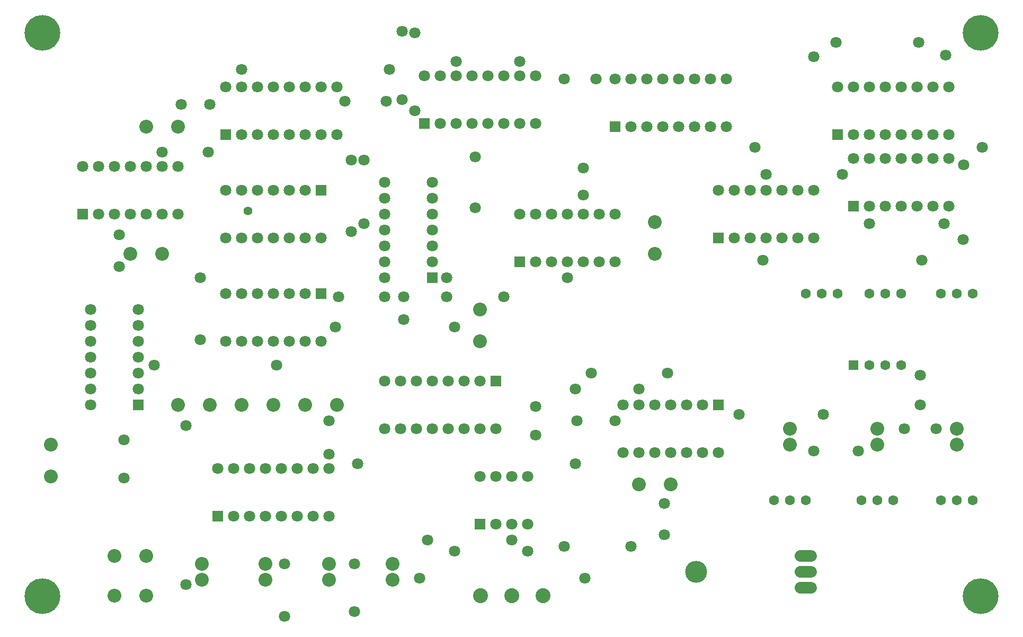
<source format=gbr>
G04 EAGLE Gerber RS-274X export*
G75*
%MOMM*%
%FSLAX34Y34*%
%LPD*%
%INSoldermask Top*%
%IPPOS*%
%AMOC8*
5,1,8,0,0,1.08239X$1,22.5*%
G01*
%ADD10C,2.203200*%
%ADD11R,1.603200X1.603200*%
%ADD12C,1.603200*%
%ADD13C,1.879600*%
%ADD14C,3.505200*%
%ADD15R,1.803200X1.803200*%
%ADD16C,1.803200*%
%ADD17C,2.387600*%
%ADD18C,1.409600*%
%ADD19C,5.703200*%


D10*
X1003300Y228600D03*
X1054100Y228600D03*
X368300Y355600D03*
X419100Y355600D03*
X469900Y355600D03*
X520700Y355600D03*
X266700Y355600D03*
X317500Y355600D03*
X190500Y596900D03*
X241300Y596900D03*
X215900Y800100D03*
X266700Y800100D03*
X749300Y508000D03*
X749300Y457200D03*
X1028700Y647700D03*
X1028700Y596900D03*
X304800Y101600D03*
X304800Y76200D03*
X406400Y101600D03*
X406400Y76200D03*
X508000Y101600D03*
X508000Y76200D03*
X609600Y101600D03*
X609600Y76200D03*
X1244600Y317500D03*
X1244600Y292100D03*
X1384300Y317500D03*
X1384300Y292100D03*
X1511300Y317500D03*
X1511300Y292100D03*
D11*
X1346200Y419100D03*
D12*
X1371600Y419100D03*
X1397000Y419100D03*
X1422400Y419100D03*
D13*
X1278382Y63500D02*
X1261618Y63500D01*
X1261618Y88900D02*
X1278382Y88900D01*
X1278382Y114300D02*
X1261618Y114300D01*
D14*
X1094740Y88900D03*
D12*
X1270000Y203200D03*
X1244600Y203200D03*
X1219200Y203200D03*
X1409700Y203200D03*
X1384300Y203200D03*
X1358900Y203200D03*
X1536700Y203200D03*
X1511300Y203200D03*
X1485900Y203200D03*
X1485900Y533400D03*
X1511300Y533400D03*
X1536700Y533400D03*
X1371600Y533400D03*
X1397000Y533400D03*
X1422400Y533400D03*
X1270000Y533400D03*
X1295400Y533400D03*
X1320800Y533400D03*
D10*
X165100Y114300D03*
X215900Y114300D03*
X215900Y50800D03*
X165100Y50800D03*
D15*
X749300Y165100D03*
D16*
X774700Y165100D03*
X800100Y165100D03*
X825500Y165100D03*
X825500Y241300D03*
X800100Y241300D03*
X774700Y241300D03*
X749300Y241300D03*
D15*
X114300Y660400D03*
D16*
X139700Y660400D03*
X165100Y660400D03*
X190500Y660400D03*
X215900Y660400D03*
X241300Y660400D03*
X266700Y660400D03*
X266700Y736600D03*
X241300Y736600D03*
X215900Y736600D03*
X190500Y736600D03*
X165100Y736600D03*
X139700Y736600D03*
X114300Y736600D03*
D15*
X1320800Y787400D03*
D16*
X1346200Y787400D03*
X1371600Y787400D03*
X1397000Y787400D03*
X1422400Y787400D03*
X1447800Y787400D03*
X1473200Y787400D03*
X1498600Y787400D03*
X1498600Y863600D03*
X1473200Y863600D03*
X1447800Y863600D03*
X1422400Y863600D03*
X1397000Y863600D03*
X1371600Y863600D03*
X1346200Y863600D03*
X1320800Y863600D03*
D15*
X965200Y800100D03*
D16*
X990600Y800100D03*
X1016000Y800100D03*
X1041400Y800100D03*
X1066800Y800100D03*
X1092200Y800100D03*
X1117600Y800100D03*
X1143000Y800100D03*
X1143000Y876300D03*
X1117600Y876300D03*
X1092200Y876300D03*
X1066800Y876300D03*
X1041400Y876300D03*
X1016000Y876300D03*
X990600Y876300D03*
X965200Y876300D03*
D15*
X660400Y805180D03*
D16*
X685800Y805180D03*
X711200Y805180D03*
X736600Y805180D03*
X762000Y805180D03*
X787400Y805180D03*
X812800Y805180D03*
X838200Y805180D03*
X838200Y881380D03*
X812800Y881380D03*
X787400Y881380D03*
X762000Y881380D03*
X736600Y881380D03*
X711200Y881380D03*
X685800Y881380D03*
X660400Y881380D03*
D15*
X342900Y787400D03*
D16*
X368300Y787400D03*
X393700Y787400D03*
X419100Y787400D03*
X444500Y787400D03*
X469900Y787400D03*
X495300Y787400D03*
X520700Y787400D03*
X520700Y863600D03*
X495300Y863600D03*
X469900Y863600D03*
X444500Y863600D03*
X419100Y863600D03*
X393700Y863600D03*
X368300Y863600D03*
X342900Y863600D03*
D15*
X1130300Y622300D03*
D16*
X1155700Y622300D03*
X1181100Y622300D03*
X1206500Y622300D03*
X1231900Y622300D03*
X1257300Y622300D03*
X1282700Y622300D03*
X1282700Y698500D03*
X1257300Y698500D03*
X1231900Y698500D03*
X1206500Y698500D03*
X1181100Y698500D03*
X1155700Y698500D03*
X1130300Y698500D03*
D15*
X1346200Y673100D03*
D16*
X1371600Y673100D03*
X1397000Y673100D03*
X1422400Y673100D03*
X1447800Y673100D03*
X1473200Y673100D03*
X1498600Y673100D03*
X1498600Y749300D03*
X1473200Y749300D03*
X1447800Y749300D03*
X1422400Y749300D03*
X1397000Y749300D03*
X1371600Y749300D03*
X1346200Y749300D03*
D15*
X774700Y393700D03*
D16*
X749300Y393700D03*
X723900Y393700D03*
X698500Y393700D03*
X673100Y393700D03*
X647700Y393700D03*
X622300Y393700D03*
X596900Y393700D03*
X596900Y317500D03*
X622300Y317500D03*
X647700Y317500D03*
X673100Y317500D03*
X698500Y317500D03*
X723900Y317500D03*
X749300Y317500D03*
X774700Y317500D03*
D15*
X1130300Y355600D03*
D16*
X1104900Y355600D03*
X1079500Y355600D03*
X1054100Y355600D03*
X1028700Y355600D03*
X1003300Y355600D03*
X977900Y355600D03*
X977900Y279400D03*
X1003300Y279400D03*
X1028700Y279400D03*
X1054100Y279400D03*
X1079500Y279400D03*
X1104900Y279400D03*
X1130300Y279400D03*
D15*
X673100Y558800D03*
D16*
X673100Y584200D03*
X673100Y609600D03*
X673100Y635000D03*
X673100Y660400D03*
X673100Y685800D03*
X673100Y711200D03*
X596900Y711200D03*
X596900Y685800D03*
X596900Y660400D03*
X596900Y635000D03*
X596900Y609600D03*
X596900Y584200D03*
X596900Y558800D03*
D15*
X812800Y584200D03*
D16*
X838200Y584200D03*
X863600Y584200D03*
X889000Y584200D03*
X914400Y584200D03*
X939800Y584200D03*
X965200Y584200D03*
X965200Y660400D03*
X939800Y660400D03*
X914400Y660400D03*
X889000Y660400D03*
X863600Y660400D03*
X838200Y660400D03*
X812800Y660400D03*
D15*
X495300Y698500D03*
D16*
X469900Y698500D03*
X444500Y698500D03*
X419100Y698500D03*
X393700Y698500D03*
X368300Y698500D03*
X342900Y698500D03*
X342900Y622300D03*
X368300Y622300D03*
X393700Y622300D03*
X419100Y622300D03*
X444500Y622300D03*
X469900Y622300D03*
X495300Y622300D03*
D15*
X330200Y177800D03*
D16*
X355600Y177800D03*
X381000Y177800D03*
X406400Y177800D03*
X431800Y177800D03*
X457200Y177800D03*
X482600Y177800D03*
X508000Y177800D03*
X508000Y254000D03*
X482600Y254000D03*
X457200Y254000D03*
X431800Y254000D03*
X406400Y254000D03*
X381000Y254000D03*
X355600Y254000D03*
X330200Y254000D03*
D15*
X495300Y533400D03*
D16*
X469900Y533400D03*
X444500Y533400D03*
X419100Y533400D03*
X393700Y533400D03*
X368300Y533400D03*
X342900Y533400D03*
X342900Y457200D03*
X368300Y457200D03*
X393700Y457200D03*
X419100Y457200D03*
X444500Y457200D03*
X469900Y457200D03*
X495300Y457200D03*
D15*
X203200Y355600D03*
D16*
X203200Y381000D03*
X203200Y406400D03*
X203200Y431800D03*
X203200Y457200D03*
X203200Y482600D03*
X203200Y508000D03*
X127000Y508000D03*
X127000Y482600D03*
X127000Y457200D03*
X127000Y431800D03*
X127000Y406400D03*
X127000Y381000D03*
X127000Y355600D03*
D17*
X750619Y50763D03*
X800619Y50763D03*
X850619Y50763D03*
D10*
X63500Y292100D03*
X63500Y241300D03*
D16*
X180340Y299720D03*
X180340Y238760D03*
X523240Y528320D03*
X596900Y528320D03*
X599440Y840740D03*
X533400Y840740D03*
X711200Y904240D03*
X812800Y904240D03*
X1282700Y281940D03*
X1353820Y281940D03*
X1427480Y317500D03*
X1478280Y317500D03*
X1452880Y402970D03*
X1452880Y355600D03*
X708660Y121920D03*
X825500Y121920D03*
X990600Y129540D03*
X883920Y129540D03*
X1043940Y148210D03*
X1043940Y198120D03*
X627380Y491870D03*
X627380Y528320D03*
X883920Y876300D03*
X934720Y876300D03*
X1206500Y723900D03*
X1328420Y723900D03*
X241300Y759460D03*
X314960Y759460D03*
X172720Y627380D03*
X172720Y576580D03*
X838200Y307340D03*
X838200Y353060D03*
X695960Y558800D03*
X889000Y558800D03*
D18*
X378460Y665798D03*
D16*
X800100Y139700D03*
X665480Y139700D03*
X787400Y528320D03*
X695960Y528320D03*
X1049020Y406400D03*
X927100Y406400D03*
X965200Y330200D03*
X904240Y330200D03*
X741680Y751840D03*
X741680Y670560D03*
X543560Y632460D03*
X543560Y746760D03*
X914400Y690880D03*
X914400Y734060D03*
X1201420Y586740D03*
X1455420Y586740D03*
X563880Y645160D03*
X563880Y746760D03*
X1188720Y767080D03*
X1551940Y767080D03*
X436880Y101600D03*
X436880Y18160D03*
X1450340Y934720D03*
X1318260Y934720D03*
X548640Y101600D03*
X548640Y25400D03*
X1493520Y914400D03*
X1282700Y911860D03*
X302260Y459740D03*
X302260Y558800D03*
X424180Y419100D03*
X228600Y419100D03*
X1003300Y381000D03*
X901700Y381000D03*
X518160Y480060D03*
X708660Y480060D03*
X1297940Y340360D03*
X1163320Y340360D03*
X901700Y261620D03*
X553720Y261620D03*
X1521460Y619760D03*
X1522350Y739140D03*
X508000Y276860D03*
X508000Y330200D03*
X916940Y78740D03*
X652780Y78740D03*
X279400Y68580D03*
X279400Y322580D03*
X645160Y949960D03*
X645160Y825500D03*
X1371600Y645160D03*
X1490980Y645160D03*
X624840Y843280D03*
X624840Y952500D03*
X271780Y835660D03*
X317500Y835660D03*
X604520Y891540D03*
X368300Y891540D03*
D19*
X50000Y950000D03*
X1550000Y950000D03*
X1550000Y50000D03*
X50000Y50000D03*
M02*

</source>
